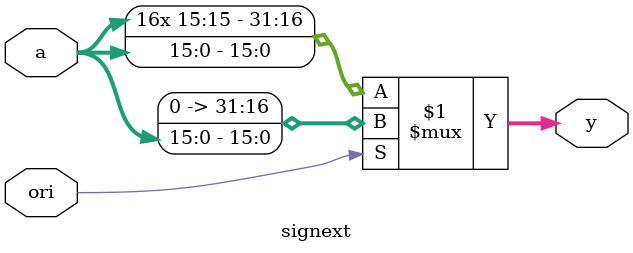
<source format=sv>
module signext(	input logic [15:0] a,
		input logic ori,
		output logic [31:0] y);
	assign y = ori? {{16'b0},a} : {{16{a[15]}},a}; 
endmodule


</source>
